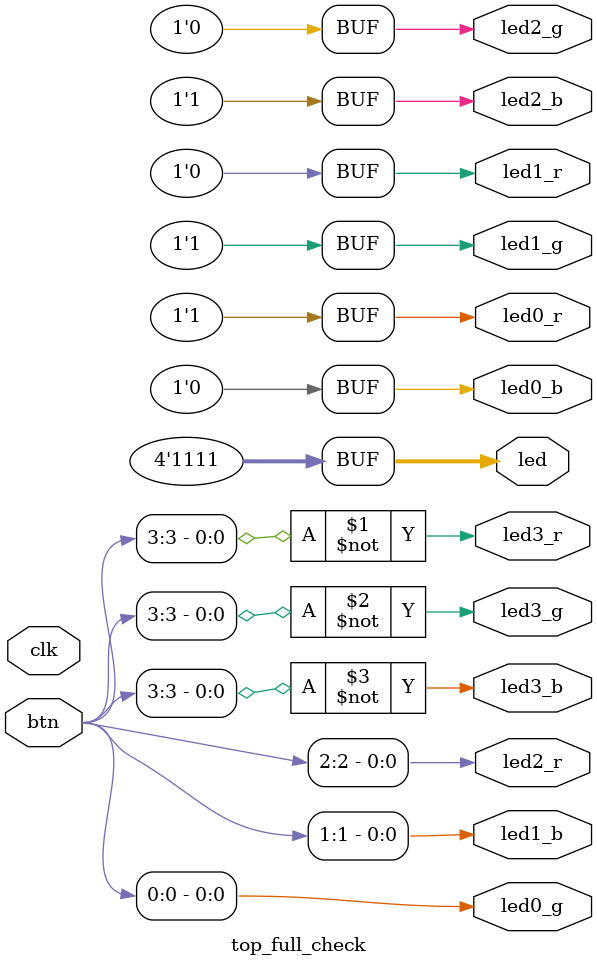
<source format=v>
`timescale 1ns / 1ps

module top_full_check(
    input wire clk,               // ËäÈ»±¾´Î²âÊÔÖ÷ÒªÓÃ×éºÏÂß¼­£¬µ«±£ÁôÊ±ÖÓ¶Ë¿Ú
    input wire [3:0] btn,         // BTN0 - BTN3
    
    // µ¥É« LED (LD4 - LD7)
    output wire [3:0] led,      
    
    // RGB LED LD0
    output wire led0_r, output wire led0_g, output wire led0_b,
    // RGB LED LD1
    output wire led1_r, output wire led1_g, output wire led1_b,
    // RGB LED LD2
    output wire led2_r, output wire led2_g, output wire led2_b,
    // RGB LED LD3
    output wire led3_r, output wire led3_g, output wire led3_b
    );

    // ------------------------------------------
    // 1. µ¥É« LED ²âÊÔ£ºÈ«²¿³£ÁÁ
    // ------------------------------------------
    assign led = 4'b1111;

    // ------------------------------------------
    // 2. RGB LED ½»»¥²âÊÔ
    // Âß¼­£ºÃ¿¸öµÆÓÐÒ»¸ö"Ä¬ÈÏÑÕÉ«"£¬µ±¶ÔÓ¦µÄ°´Å¥°´ÏÂÊ±£¬ÇÐ»»µ½"¼¤»îÑÕÉ«"
    // ------------------------------------------
    
    // --- LD0 ²âÊÔ (¶ÔÓ¦ BTN0) ---
    // Ä¬ÈÏ£ººìÉ« (R=1, G=0, B=0)
    // °´ÏÂ BTN0£º±äÎª »ÆÉ« (R=1, G=1, B=0) -> Ö»ÓÐ G Í¨µÀÊÜ°´Å¥¿ØÖÆ
    assign led0_r = 1'b1;
    assign led0_g = btn[0];       // °´ÏÂ(1)±ä»Æ£¬ËÉ¿ª(0)±äºì
    assign led0_b = 1'b0;

    // --- LD1 ²âÊÔ (¶ÔÓ¦ BTN1) ---
    // Ä¬ÈÏ£ºÂÌÉ« (R=0, G=1, B=0)
    // °´ÏÂ BTN1£º±äÎª ÇàÉ« (R=0, G=1, B=1) -> Ö»ÓÐ B Í¨µÀÊÜ°´Å¥¿ØÖÆ
    assign led1_r = 1'b0;
    assign led1_g = 1'b1;
    assign led1_b = btn[1];       // °´ÏÂ(1)±äÇà£¬ËÉ¿ª(0)±äÂÌ

    // --- LD2 ²âÊÔ (¶ÔÓ¦ BTN2) ---
    // Ä¬ÈÏ£ºÀ¶É« (R=0, G=0, B=1)
    // °´ÏÂ BTN2£º±äÎª ×ÏÉ«/Æ·ºì (R=1, G=0, B=1) -> Ö»ÓÐ R Í¨µÀÊÜ°´Å¥¿ØÖÆ
    assign led2_r = btn[2];       // °´ÏÂ(1)±ä×Ï£¬ËÉ¿ª(0)±äÀ¶
    assign led2_g = 1'b0;
    assign led2_b = 1'b1;

    // --- LD3 ²âÊÔ (¶ÔÓ¦ BTN3) ---
    // Ä¬ÈÏ£º°×É« (R=1, G=1, B=1)
    // °´ÏÂ BTN3£º±äÎª Ï¨Ãð (R=0, G=0, B=0) -> ËùÓÐÍ¨µÀÊÜ°´Å¥·´Ïà¿ØÖÆ
    assign led3_r = ~btn[3];      // °´ÏÂ(1)±ä0(Ãð)£¬ËÉ¿ª(0)±ä1(ÁÁ)
    assign led3_g = ~btn[3];
    assign led3_b = ~btn[3];

endmodule
</source>
